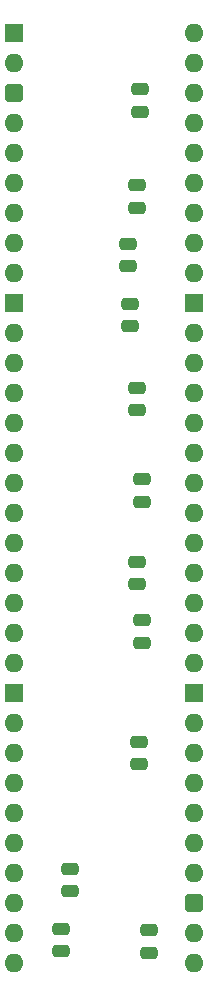
<source format=gbs>
%TF.GenerationSoftware,KiCad,Pcbnew,8.0.4*%
%TF.CreationDate,2024-08-19T17:17:06+02:00*%
%TF.ProjectId,HCP65 MPU Address Decode Wide,48435036-3520-44d5-9055-204164647265,V0*%
%TF.SameCoordinates,PX525bfc0PY43d3480*%
%TF.FileFunction,Soldermask,Bot*%
%TF.FilePolarity,Negative*%
%FSLAX46Y46*%
G04 Gerber Fmt 4.6, Leading zero omitted, Abs format (unit mm)*
G04 Created by KiCad (PCBNEW 8.0.4) date 2024-08-19 17:17:06*
%MOMM*%
%LPD*%
G01*
G04 APERTURE LIST*
G04 Aperture macros list*
%AMRoundRect*
0 Rectangle with rounded corners*
0 $1 Rounding radius*
0 $2 $3 $4 $5 $6 $7 $8 $9 X,Y pos of 4 corners*
0 Add a 4 corners polygon primitive as box body*
4,1,4,$2,$3,$4,$5,$6,$7,$8,$9,$2,$3,0*
0 Add four circle primitives for the rounded corners*
1,1,$1+$1,$2,$3*
1,1,$1+$1,$4,$5*
1,1,$1+$1,$6,$7*
1,1,$1+$1,$8,$9*
0 Add four rect primitives between the rounded corners*
20,1,$1+$1,$2,$3,$4,$5,0*
20,1,$1+$1,$4,$5,$6,$7,0*
20,1,$1+$1,$6,$7,$8,$9,0*
20,1,$1+$1,$8,$9,$2,$3,0*%
G04 Aperture macros list end*
%ADD10R,1.600000X1.600000*%
%ADD11O,1.600000X1.600000*%
%ADD12RoundRect,0.400000X-0.400000X-0.400000X0.400000X-0.400000X0.400000X0.400000X-0.400000X0.400000X0*%
%ADD13RoundRect,0.250000X0.475000X-0.250000X0.475000X0.250000X-0.475000X0.250000X-0.475000X-0.250000X0*%
%ADD14RoundRect,0.250000X-0.475000X0.250000X-0.475000X-0.250000X0.475000X-0.250000X0.475000X0.250000X0*%
G04 APERTURE END LIST*
D10*
%TO.C,J2*%
X0Y0D03*
D11*
X0Y-2540000D03*
D12*
X0Y-5080000D03*
D11*
X0Y-7620000D03*
X0Y-10160000D03*
X0Y-12700000D03*
X0Y-15240000D03*
X0Y-17780000D03*
X0Y-20320000D03*
D10*
X0Y-22860000D03*
D11*
X0Y-25400000D03*
X0Y-27940000D03*
X0Y-30480000D03*
X0Y-33020000D03*
X0Y-35560000D03*
X0Y-38100000D03*
X0Y-40640000D03*
X0Y-43180000D03*
X0Y-45720000D03*
X0Y-48260000D03*
X0Y-50800000D03*
X0Y-53340000D03*
D10*
X0Y-55880000D03*
D11*
X0Y-58420000D03*
X0Y-60960000D03*
X0Y-63500000D03*
X0Y-66040000D03*
X0Y-68580000D03*
X0Y-71120000D03*
X0Y-73660000D03*
X0Y-76200000D03*
X0Y-78740000D03*
X15240000Y-78740000D03*
X15240000Y-76200000D03*
D12*
X15240000Y-73660000D03*
D11*
X15240000Y-71120000D03*
X15240000Y-68580000D03*
X15240000Y-66040000D03*
X15240000Y-63500000D03*
X15240000Y-60960000D03*
X15240000Y-58420000D03*
D10*
X15240000Y-55880000D03*
D11*
X15240000Y-53340000D03*
X15240000Y-50800000D03*
X15240000Y-48260000D03*
X15240000Y-45720000D03*
X15240000Y-43180000D03*
X15240000Y-40640000D03*
X15240000Y-38100000D03*
X15240000Y-35560000D03*
X15240000Y-33020000D03*
X15240000Y-30480000D03*
X15240000Y-27940000D03*
X15240000Y-25400000D03*
D10*
X15240000Y-22860000D03*
D11*
X15240000Y-20320000D03*
X15240000Y-17780000D03*
X15240000Y-15240000D03*
X15240000Y-12700000D03*
X15240000Y-10160000D03*
X15240000Y-7620000D03*
X15240000Y-5080000D03*
X15240000Y-2540000D03*
X15240000Y0D03*
%TD*%
D13*
%TO.C,C45*%
X3937000Y-77769000D03*
X3937000Y-75869000D03*
%TD*%
D14*
%TO.C,C34*%
X9652000Y-17862000D03*
X9652000Y-19762000D03*
%TD*%
%TO.C,C33*%
X10795000Y-49739000D03*
X10795000Y-51639000D03*
%TD*%
D13*
%TO.C,C46*%
X11430000Y-77896000D03*
X11430000Y-75996000D03*
%TD*%
%TO.C,C40*%
X4699000Y-72689000D03*
X4699000Y-70789000D03*
%TD*%
D14*
%TO.C,C37*%
X9779000Y-22942000D03*
X9779000Y-24842000D03*
%TD*%
%TO.C,C36*%
X10668000Y-4781000D03*
X10668000Y-6681000D03*
%TD*%
%TO.C,C35*%
X10414000Y-30054000D03*
X10414000Y-31954000D03*
%TD*%
%TO.C,C38*%
X10414000Y-44786000D03*
X10414000Y-46686000D03*
%TD*%
%TO.C,C39*%
X10541000Y-60026000D03*
X10541000Y-61926000D03*
%TD*%
%TO.C,C31*%
X10414000Y-12909000D03*
X10414000Y-14809000D03*
%TD*%
%TO.C,C32*%
X10795000Y-37801000D03*
X10795000Y-39701000D03*
%TD*%
M02*

</source>
